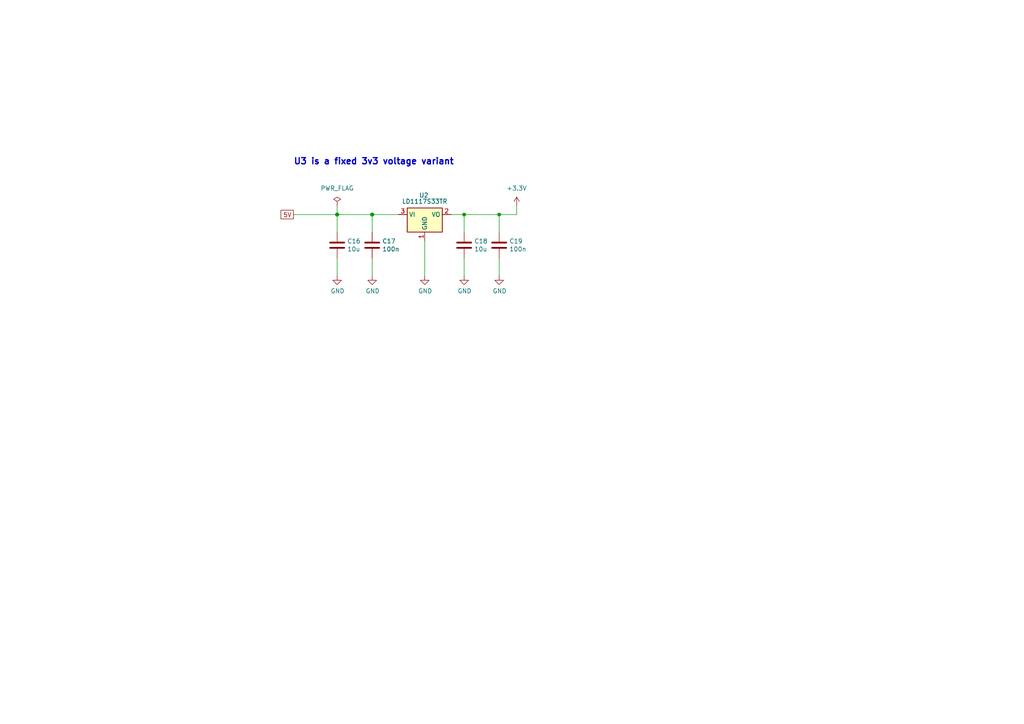
<source format=kicad_sch>
(kicad_sch (version 20250114) (generator "eeschema") (generator_version "9.0")
  (paper "A4")
  (lib_symbols
    (symbol "DataProcessingUnit:LD1117S33TR"
      (property "Reference" "U" (at 0 2.286 0))
      (property "Value" "LD1117S33TR" (at 0.254 0.508 0))
      (symbol "LD1117S33TR_0_1"
        (rectangle (start -5.08 -0.635) (end 5.08 -7.62) (stroke (width 0.254)) (fill (type background)))
      )
      (symbol "LD1117S33TR_1_1"
        (pin power_in line (at -7.62 -2.54 0) (length 2.54) (name "VI") (number "3"))
        (pin no_connect line (at -2.54 -10.16 90) (length 2.54) (hide yes) (name "THERMAL") (number "4"))
        (pin power_in line (at 0 -10.16 90) (length 2.54) (name "GND") (number "1"))
        (pin power_out line (at 7.62 -2.54 180) (length 2.54) (name "VO") (number "2"))
      )
    )
    (symbol "Device:C" (pin_numbers (hide yes)) (pin_names (offset 0.254))
      (property "Reference" "C" (at 0.635 2.54 0))
      (property "Value" "C" (at 0.635 -2.54 0))
      (symbol "C_0_1"
        (polyline (pts (xy -2.032 0.762) (xy 2.032 0.762)) (stroke (width 0.508)))
        (polyline (pts (xy -2.032 -0.762) (xy 2.032 -0.762)) (stroke (width 0.508)))
      )
      (symbol "C_1_1"
        (pin passive line (at 0 3.81 270) (length 2.794) (name "~") (number "1"))
        (pin passive line (at 0 -3.81 90) (length 2.794) (name "~") (number "2"))
      )
    )
    (symbol "power:+3.3V" (power) (pin_numbers (hide yes)) (pin_names (offset 0) (hide yes))
      (property "Value" "+3.3V" (at 0 3.556 0))
      (symbol "+3.3V_0_1"
        (polyline (pts (xy -0.762 1.27) (xy 0 2.54)))
        (polyline (pts (xy 0 2.54) (xy 0.762 1.27)))
        (polyline (pts (xy 0 0) (xy 0 2.54)))
      )
      (symbol "+3.3V_1_1"
        (pin power_in line (at 0 0 90) (length 0) (name "~") (number "1"))
      )
    )
    (symbol "power:GND" (power) (pin_numbers (hide yes)) (pin_names (offset 0) (hide yes))
      (property "Value" "GND" (at 0 -3.81 0))
      (symbol "GND_0_1"
        (polyline (pts (xy 0 0) (xy 0 -1.27) (xy 1.27 -1.27) (xy 0 -2.54) (xy -1.27 -1.27) (xy 0 -1.27)))
      )
      (symbol "GND_1_1"
        (pin power_in line (at 0 0 270) (length 0) (name "~") (number "1"))
      )
    )
    (symbol "power:PWR_FLAG" (power) (pin_numbers (hide yes)) (pin_names (offset 0) (hide yes))
      (property "Value" "PWR_FLAG" (at 0 3.81 0))
      (symbol "PWR_FLAG_0_0"
        (pin power_out line (at 0 0 90) (length 0) (name "~") (number "1"))
      )
      (symbol "PWR_FLAG_0_1"
        (polyline (pts (xy 0 0) (xy 0 1.27) (xy -1.016 1.905) (xy 0 2.54) (xy 1.016 1.905) (xy 0 1.27)))
      )
    )
  )
  (text "U3 is a fixed 3v3 voltage variant" (at 85.09 48.006 0) (effects (font (size 1.8034 1.8034) (thickness 0.3607) (bold yes)) (justify left bottom)))
  (junction (at 134.62 62.23))
  (junction (at 97.79 62.23) (diameter 1.016))
  (junction (at 107.95 62.23) (diameter 1.016))
  (junction (at 144.78 62.23))
  (wire (pts (xy 97.79 62.23) (xy 97.79 67.31)))
  (wire (pts (xy 107.95 62.23) (xy 115.57 62.23)))
  (wire (pts (xy 144.78 62.23) (xy 149.86 62.23)))
  (wire (pts (xy 97.79 59.69) (xy 97.79 62.23)))
  (wire (pts (xy 107.95 62.23) (xy 97.79 62.23)))
  (wire (pts (xy 85.09 62.23) (xy 97.79 62.23)))
  (wire (pts (xy 144.78 62.23) (xy 144.78 67.31)))
  (wire (pts (xy 123.19 69.85) (xy 123.19 80.01)))
  (wire (pts (xy 107.95 74.93) (xy 107.95 80.01)))
  (wire (pts (xy 149.86 59.69) (xy 149.86 62.23)))
  (wire (pts (xy 134.62 62.23) (xy 134.62 67.31)))
  (wire (pts (xy 130.81 62.23) (xy 134.62 62.23)))
  (wire (pts (xy 134.62 74.93) (xy 134.62 80.01)))
  (wire (pts (xy 97.79 74.93) (xy 97.79 80.01)))
  (wire (pts (xy 134.62 62.23) (xy 144.78 62.23)))
  (wire (pts (xy 107.95 62.23) (xy 107.95 67.31)))
  (wire (pts (xy 144.78 74.93) (xy 144.78 80.01)))
  (global_label "5V" (shape passive) (at 85.09 62.23 180) (property "Intersheetrefs" "${INTERSHEET_REFS}" (effects (hide yes))))
  (symbol (lib_id "power:GND") (at 123.19 80.01 0) (unit 1)
    (property "Reference" "#PWR024" (effects (hide yes)))
    (property "Value" "GND" (at 123.317 84.4042 0))
    (property "Description" "Power symbol creates a global label with name \"GND\" , ground" (effects (hide yes)))
  )
  (symbol (lib_id "Device:C") (at 144.78 71.12 0) (unit 1)
    (property "Reference" "C19" (at 147.701 69.9516 0) (effects (justify left)))
    (property "Value" "100n" (at 147.701 72.263 0) (effects (justify left)))
    (property "Footprint" "Capacitor_SMD:C_0805_2012Metric" (effects (hide yes)))
  )
  (symbol (lib_id "power:GND") (at 107.95 80.01 0) (unit 1)
    (property "Reference" "#PWR022" (effects (hide yes)))
    (property "Value" "GND" (at 108.077 84.4042 0))
    (property "Description" "Power symbol creates a global label with name \"GND\" , ground" (effects (hide yes)))
  )
  (symbol (lib_id "power:+3.3V") (at 149.86 59.69 0) (unit 1)
    (property "Reference" "#PWR028" (effects (hide yes)))
    (property "Value" "+3.3V" (at 149.86 54.61 0))
    (property "Description" "Power symbol creates a global label with name \"+3.3V\"" (effects (hide yes)))
  )
  (symbol (lib_id "Device:C") (at 134.62 71.12 0) (unit 1)
    (property "Reference" "C18" (at 137.541 69.9516 0) (effects (justify left)))
    (property "Value" "10u" (at 137.541 72.263 0) (effects (justify left)))
    (property "Footprint" "Capacitor_SMD:C_0805_2012Metric" (effects (hide yes)))
  )
  (symbol (lib_id "Device:C") (at 97.79 71.12 0) (unit 1)
    (property "Reference" "C16" (at 100.711 69.9516 0) (effects (justify left)))
    (property "Value" "10u" (at 100.711 72.263 0) (effects (justify left)))
    (property "Footprint" "Capacitor_SMD:C_0805_2012Metric" (effects (hide yes)))
  )
  (symbol (lib_id "power:GND") (at 134.62 80.01 0) (unit 1)
    (property "Reference" "#PWR023" (effects (hide yes)))
    (property "Value" "GND" (at 134.747 84.4042 0))
    (property "Description" "Power symbol creates a global label with name \"GND\" , ground" (effects (hide yes)))
  )
  (symbol (lib_id "power:GND") (at 144.78 80.01 0) (unit 1)
    (property "Reference" "#PWR025" (effects (hide yes)))
    (property "Value" "GND" (at 144.907 84.4042 0))
    (property "Description" "Power symbol creates a global label with name \"GND\" , ground" (effects (hide yes)))
  )
  (symbol (lib_id "power:GND") (at 97.79 80.01 0) (unit 1)
    (property "Reference" "#PWR021" (effects (hide yes)))
    (property "Value" "GND" (at 97.917 84.4042 0))
    (property "Description" "Power symbol creates a global label with name \"GND\" , ground" (effects (hide yes)))
  )
  (symbol (lib_id "Device:C") (at 107.95 71.12 0) (unit 1)
    (property "Reference" "C17" (at 110.871 69.9516 0) (effects (justify left)))
    (property "Value" "100n" (at 110.871 72.263 0) (effects (justify left)))
    (property "Footprint" "Capacitor_SMD:C_0805_2012Metric" (effects (hide yes)))
  )
  (symbol (lib_id "power:PWR_FLAG") (at 97.79 59.69 0) (unit 1)
    (property "Reference" "#FLG04" (effects (hide yes)))
    (property "Value" "PWR_FLAG" (at 97.79 54.61 0))
    (property "Description" "Special symbol for telling ERC where power comes from" (effects (hide yes)))
  )
  (symbol (lib_id "DataProcessingUnit:LD1117S33TR") (at 123.19 59.69 0) (unit 1)
    (property "Reference" "U2" (at 122.936 56.642 0))
    (property "Value" "LD1117S33TR" (at 123.19 58.42 0))
    (property "Footprint" "Package_TO_SOT_SMD:SOT-223" (effects (hide yes)))
  )
)
</source>
